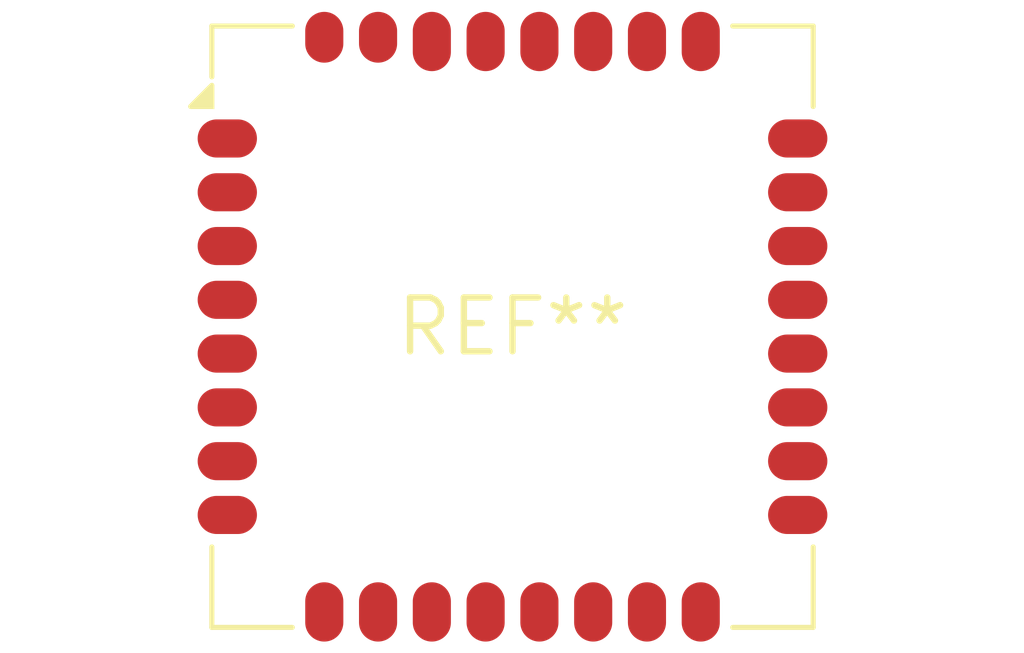
<source format=kicad_pcb>
(kicad_pcb (version 20240108) (generator pcbnew)
  (layers (0 "F.Cu" signal) (31 "B.Cu" signal) (34 "B.Paste" user) (35 "F.Paste" user) (36 "B.SilkS" user "B.Silkscreen") (37 "F.SilkS" user "F.Silkscreen") (38 "B.Mask" user) (39 "F.Mask" user) (44 "Edge.Cuts" user))
  (net 0 "")
  (footprint "MonoWireless_TWE-L-WX" (layer "F.Cu") (at 0 0)
    (property "Reference" "REF**")
    (property "Value" "MonoWireless_TWE-L-WX")
    (fp_line (start -7.1 -7.1) (end -7.1 -5.9) (layer "F.SilkS") (stroke (width 0.12)))
    (fp_line (start -7.1 5.2) (end -7.1 7.1) (layer "F.SilkS") (stroke (width 0.12)))
    (fp_line (start -7.1 7.1) (end -5.2 7.1) (layer "F.SilkS") (stroke (width 0.12)))
    (fp_line (start -5.2 -7.1) (end -7.1 -7.1) (layer "F.SilkS") (stroke (width 0.12)))
    (fp_line (start 5.2 -7.1) (end 7.1 -7.1) (layer "F.SilkS") (stroke (width 0.12)))
    (fp_line (start 5.2 7.1) (end 7.1 7.1) (layer "F.SilkS") (stroke (width 0.12)))
    (fp_line (start 7.1 -7.1) (end 7.1 -5.2) (layer "F.SilkS") (stroke (width 0.12)))
    (fp_line (start 7.1 7.1) (end 7.1 5.2) (layer "F.SilkS") (stroke (width 0.12)))
    (fp_poly (pts (xy -7.1 -5.2) (xy -7.6 -5.2) (xy -7.1 -5.7) (xy -7.1 -5.2)) (layer "F.SilkS") (stroke (width 0.12)) (fill solid))
    (pad "" np_thru_hole oval (at -3.7 -3.9 315) (size 4.3 3.1) (drill oval 4.3 3.1) (layers *.Cu *.Mask))
    (pad "1" smd oval (at -6.735 -4.445 90) (size 0.9 1.4) (layers "F.Cu" "F.Paste" "F.Mask"))
    (pad "2" smd oval (at -6.735 -3.175 90) (size 0.9 1.4) (layers "F.Cu" "F.Paste" "F.Mask"))
    (pad "3" smd oval (at -6.735 -1.905 90) (size 0.9 1.4) (layers "F.Cu" "F.Paste" "F.Mask"))
    (pad "4" smd oval (at -6.735 -0.635 90) (size 0.9 1.4) (layers "F.Cu" "F.Paste" "F.Mask"))
    (pad "5" smd oval (at -6.735 0.635 90) (size 0.9 1.4) (layers "F.Cu" "F.Paste" "F.Mask"))
    (pad "6" smd oval (at -6.735 1.905 90) (size 0.9 1.4) (layers "F.Cu" "F.Paste" "F.Mask"))
    (pad "7" smd oval (at -6.735 3.175 90) (size 0.9 1.4) (layers "F.Cu" "F.Paste" "F.Mask"))
    (pad "8" smd oval (at -6.735 4.445 90) (size 0.9 1.4) (layers "F.Cu" "F.Paste" "F.Mask"))
    (pad "9" smd oval (at -4.445 6.735) (size 0.9 1.4) (layers "F.Cu" "F.Paste" "F.Mask"))
    (pad "10" smd oval (at -3.175 6.735) (size 0.9 1.4) (layers "F.Cu" "F.Paste" "F.Mask"))
    (pad "11" smd oval (at -1.905 6.735) (size 0.9 1.4) (layers "F.Cu" "F.Paste" "F.Mask"))
    (pad "12" smd oval (at -0.635 6.735) (size 0.9 1.4) (layers "F.Cu" "F.Paste" "F.Mask"))
    (pad "13" smd oval (at 0.635 6.735) (size 0.9 1.4) (layers "F.Cu" "F.Paste" "F.Mask"))
    (pad "14" smd oval (at 1.905 6.735) (size 0.9 1.4) (layers "F.Cu" "F.Paste" "F.Mask"))
    (pad "15" smd oval (at 3.175 6.735) (size 0.9 1.4) (layers "F.Cu" "F.Paste" "F.Mask"))
    (pad "16" smd oval (at 4.445 6.735) (size 0.9 1.4) (layers "F.Cu" "F.Paste" "F.Mask"))
    (pad "17" smd oval (at 6.735 4.445 90) (size 0.9 1.4) (layers "F.Cu" "F.Paste" "F.Mask"))
    (pad "18" smd oval (at 6.735 3.175 90) (size 0.9 1.4) (layers "F.Cu" "F.Paste" "F.Mask"))
    (pad "19" smd oval (at 6.735 1.905 90) (size 0.9 1.4) (layers "F.Cu" "F.Paste" "F.Mask"))
    (pad "20" smd oval (at 6.735 0.635 90) (size 0.9 1.4) (layers "F.Cu" "F.Paste" "F.Mask"))
    (pad "21" smd oval (at 6.735 -0.635 90) (size 0.9 1.4) (layers "F.Cu" "F.Paste" "F.Mask"))
    (pad "22" smd oval (at 6.735 -1.905 90) (size 0.9 1.4) (layers "F.Cu" "F.Paste" "F.Mask"))
    (pad "23" smd oval (at 6.735 -3.175 90) (size 0.9 1.4) (layers "F.Cu" "F.Paste" "F.Mask"))
    (pad "24" smd oval (at 6.735 -4.445 90) (size 0.9 1.4) (layers "F.Cu" "F.Paste" "F.Mask"))
    (pad "25" smd oval (at 4.445 -6.735) (size 0.9 1.4) (layers "F.Cu" "F.Paste" "F.Mask"))
    (pad "26" smd oval (at 3.175 -6.735) (size 0.9 1.4) (layers "F.Cu" "F.Paste" "F.Mask"))
    (pad "27" smd oval (at 1.905 -6.735) (size 0.9 1.4) (layers "F.Cu" "F.Paste" "F.Mask"))
    (pad "28" smd oval (at 0.635 -6.735) (size 0.9 1.4) (layers "F.Cu" "F.Paste" "F.Mask"))
    (pad "29" smd oval (at -0.635 -6.735) (size 0.9 1.4) (layers "F.Cu" "F.Paste" "F.Mask"))
    (pad "30" smd oval (at -1.905 -6.735) (size 0.9 1.4) (layers "F.Cu" "F.Paste" "F.Mask"))
    (pad "31" smd oval (at -3.175 -6.835) (size 0.9 1.2) (layers "F.Cu" "F.Paste" "F.Mask"))
    (pad "32" smd oval (at -4.445 -6.835) (size 0.9 1.2) (layers "F.Cu" "F.Paste" "F.Mask"))
  )
)
</source>
